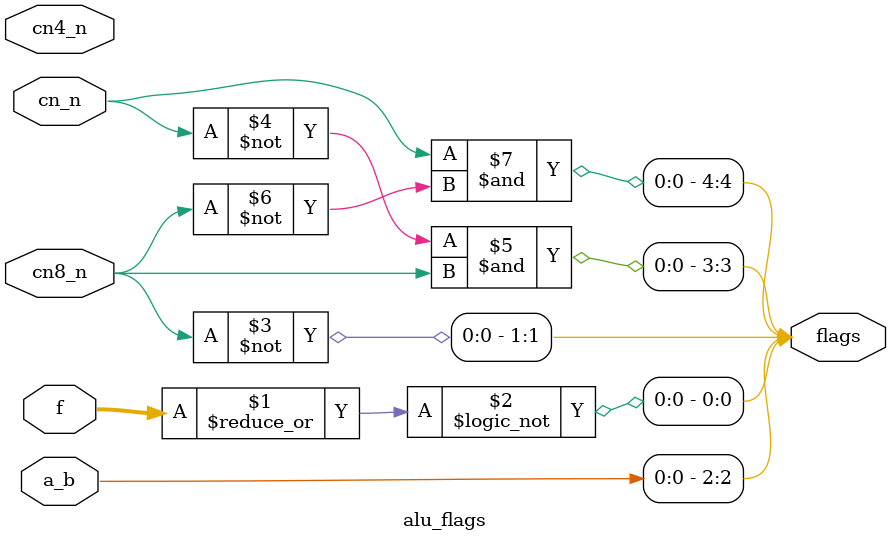
<source format=v>
module alu_flags (
	output [4:0] flags,
	 input [7:0] f,
	 input       a_b,
	 input       cn_n,
	 input       cn4_n,
	 input       cn8_n
);
	
	assign flags[0] = ~|f; // Zero
	assign flags[1] = ~cn8_n; // Carry
	assign flags[2] = a_b; // Equal
	assign flags[3] = ~cn_n & cn8_n; // Lesser Than
	assign flags[4] = cn_n & ~cn8_n; // Greater Than

endmodule
</source>
